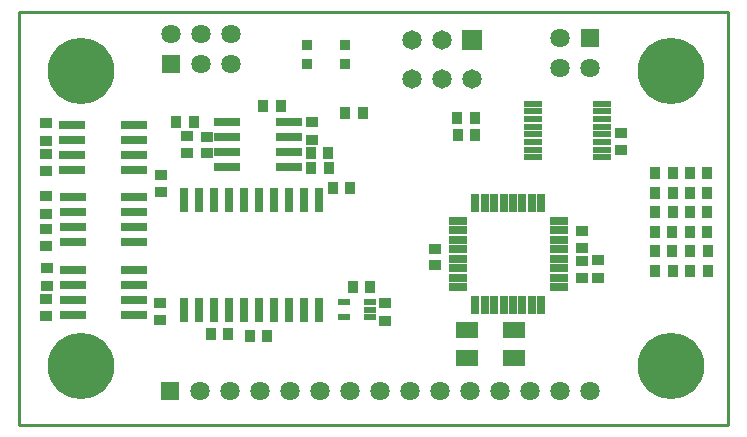
<source format=gts>
G04*
G04 #@! TF.GenerationSoftware,Altium Limited,Altium Designer,18.1.9 (240)*
G04*
G04 Layer_Color=8388736*
%FSLAX44Y44*%
%MOMM*%
G71*
G01*
G75*
%ADD13C,0.2540*%
%ADD31R,0.8270X1.0270*%
%ADD32R,1.0270X0.9270*%
%ADD33R,0.9270X1.0270*%
%ADD34R,1.0270X0.8270*%
%ADD35R,0.9770X0.5270*%
%ADD36R,1.5270X0.5770*%
%ADD37R,2.3270X0.7270*%
%ADD38R,0.6770X1.6270*%
%ADD39R,1.6270X0.6770*%
%ADD40R,0.8270X0.8770*%
%ADD41R,1.9270X1.3270*%
%ADD42R,0.7270X2.1270*%
%ADD43C,1.6270*%
%ADD44R,1.6270X1.6270*%
%ADD45C,1.6510*%
%ADD46R,1.6510X1.6510*%
%ADD47C,5.6270*%
D13*
X600000D01*
X0D02*
Y350000D01*
X600000D01*
Y0D02*
Y350000D01*
D31*
X290964Y263994D02*
D03*
X275964D02*
D03*
X194938Y75350D02*
D03*
X209938D02*
D03*
X371214Y245542D02*
D03*
X386214D02*
D03*
X370826Y260096D02*
D03*
X385826D02*
D03*
X221452Y270292D02*
D03*
X206452D02*
D03*
X262008Y217446D02*
D03*
X247008D02*
D03*
X280296Y200406D02*
D03*
X265296D02*
D03*
X132828Y256632D02*
D03*
X147828D02*
D03*
X582480Y180010D02*
D03*
X567480D02*
D03*
X582480Y196520D02*
D03*
X567480D02*
D03*
X582480Y213030D02*
D03*
X567480D02*
D03*
X582480Y163500D02*
D03*
X567480D02*
D03*
X582930Y146990D02*
D03*
X567930D02*
D03*
X582810Y130480D02*
D03*
X567810D02*
D03*
X553030Y163500D02*
D03*
X538030D02*
D03*
X553030Y146990D02*
D03*
X538030D02*
D03*
X553150Y130480D02*
D03*
X538150D02*
D03*
X553151Y196372D02*
D03*
X538151D02*
D03*
X553150Y180010D02*
D03*
X538150D02*
D03*
X553150Y213030D02*
D03*
X538150D02*
D03*
D32*
X22606Y215196D02*
D03*
Y229196D02*
D03*
X351790Y149240D02*
D03*
Y135240D02*
D03*
X509644Y247008D02*
D03*
Y233008D02*
D03*
X158750Y243982D02*
D03*
Y229982D02*
D03*
X141732Y244378D02*
D03*
Y230378D02*
D03*
X476758Y124874D02*
D03*
Y138874D02*
D03*
X22980Y106426D02*
D03*
Y92426D02*
D03*
X22650Y165964D02*
D03*
Y151964D02*
D03*
X476382Y164214D02*
D03*
Y150214D02*
D03*
D33*
X282814Y116586D02*
D03*
X296814D02*
D03*
X176672Y76708D02*
D03*
X162672D02*
D03*
X261000Y230124D02*
D03*
X247000D02*
D03*
D34*
X309626Y88512D02*
D03*
Y103512D02*
D03*
X119050Y88766D02*
D03*
Y103766D02*
D03*
X247654Y241674D02*
D03*
Y256674D02*
D03*
X119888Y196970D02*
D03*
Y211970D02*
D03*
X489966Y139374D02*
D03*
Y124374D02*
D03*
X22403Y255496D02*
D03*
Y240496D02*
D03*
X22198Y178629D02*
D03*
Y193629D02*
D03*
X23159Y117976D02*
D03*
Y132976D02*
D03*
D35*
X297000Y91290D02*
D03*
Y97790D02*
D03*
Y104290D02*
D03*
X274500D02*
D03*
Y91290D02*
D03*
D36*
X434602Y272254D02*
D03*
Y265754D02*
D03*
Y259254D02*
D03*
Y252754D02*
D03*
Y246254D02*
D03*
Y239754D02*
D03*
Y233254D02*
D03*
Y226754D02*
D03*
X493602Y272254D02*
D03*
Y265754D02*
D03*
Y259254D02*
D03*
Y252754D02*
D03*
Y246254D02*
D03*
Y239754D02*
D03*
Y233254D02*
D03*
Y226754D02*
D03*
D37*
X45356Y118954D02*
D03*
X97356D02*
D03*
X45356Y131654D02*
D03*
Y106254D02*
D03*
Y93554D02*
D03*
X97356Y131654D02*
D03*
Y106254D02*
D03*
Y93554D02*
D03*
X228184Y218186D02*
D03*
Y230886D02*
D03*
Y256286D02*
D03*
X176184Y218186D02*
D03*
Y230886D02*
D03*
Y256286D02*
D03*
X228184Y243586D02*
D03*
X176184D02*
D03*
X97212Y154686D02*
D03*
Y167386D02*
D03*
Y192786D02*
D03*
X45212Y154686D02*
D03*
Y167386D02*
D03*
Y192786D02*
D03*
X97212Y180086D02*
D03*
X45212D02*
D03*
X96704Y216154D02*
D03*
Y228854D02*
D03*
Y254254D02*
D03*
X44704Y216154D02*
D03*
Y228854D02*
D03*
Y254254D02*
D03*
X96704Y241554D02*
D03*
X44704D02*
D03*
D38*
X386020Y187780D02*
D03*
X394020D02*
D03*
X402020D02*
D03*
X410020D02*
D03*
X418020D02*
D03*
X426020D02*
D03*
X434020D02*
D03*
X442020D02*
D03*
Y101780D02*
D03*
X434020D02*
D03*
X426020D02*
D03*
X418020D02*
D03*
X410020D02*
D03*
X402020D02*
D03*
X394020D02*
D03*
X386020D02*
D03*
D39*
X457020Y172780D02*
D03*
Y164780D02*
D03*
Y156780D02*
D03*
Y148780D02*
D03*
Y140780D02*
D03*
Y132780D02*
D03*
Y124780D02*
D03*
Y116780D02*
D03*
X371020D02*
D03*
Y124780D02*
D03*
Y132780D02*
D03*
Y140780D02*
D03*
Y148780D02*
D03*
Y156780D02*
D03*
Y164780D02*
D03*
Y172780D02*
D03*
D40*
X275842Y305560D02*
D03*
X243842D02*
D03*
Y322060D02*
D03*
X275842D02*
D03*
D41*
X378780Y56580D02*
D03*
X418780D02*
D03*
Y80580D02*
D03*
X378780D02*
D03*
D42*
X139192Y97772D02*
D03*
X151892D02*
D03*
X164592D02*
D03*
X177292D02*
D03*
X189992D02*
D03*
X202692D02*
D03*
X215392D02*
D03*
X228092D02*
D03*
X240792D02*
D03*
X253492D02*
D03*
Y190772D02*
D03*
X240792D02*
D03*
X228092D02*
D03*
X215392D02*
D03*
X202692D02*
D03*
X189992D02*
D03*
X177292D02*
D03*
X164592D02*
D03*
X151892D02*
D03*
X139192D02*
D03*
D43*
X483600Y28851D02*
D03*
X458200D02*
D03*
X432800D02*
D03*
X407400D02*
D03*
X382000D02*
D03*
X356600D02*
D03*
X331200D02*
D03*
X305800D02*
D03*
X280400D02*
D03*
X255000D02*
D03*
X229600D02*
D03*
X204200D02*
D03*
X178800D02*
D03*
X153400D02*
D03*
X483400Y302000D02*
D03*
X458000Y327400D02*
D03*
Y302000D02*
D03*
X178892Y330762D02*
D03*
Y305362D02*
D03*
X153492Y330762D02*
D03*
Y305362D02*
D03*
X128092Y330762D02*
D03*
D44*
X128000Y28851D02*
D03*
X483400Y327400D02*
D03*
X128092Y305362D02*
D03*
D45*
X332711Y293116D02*
D03*
X358111D02*
D03*
X383511D02*
D03*
X332711Y326136D02*
D03*
X358111D02*
D03*
D46*
X383511D02*
D03*
D47*
X552000Y50000D02*
D03*
Y300000D02*
D03*
X52000D02*
D03*
Y50000D02*
D03*
M02*

</source>
